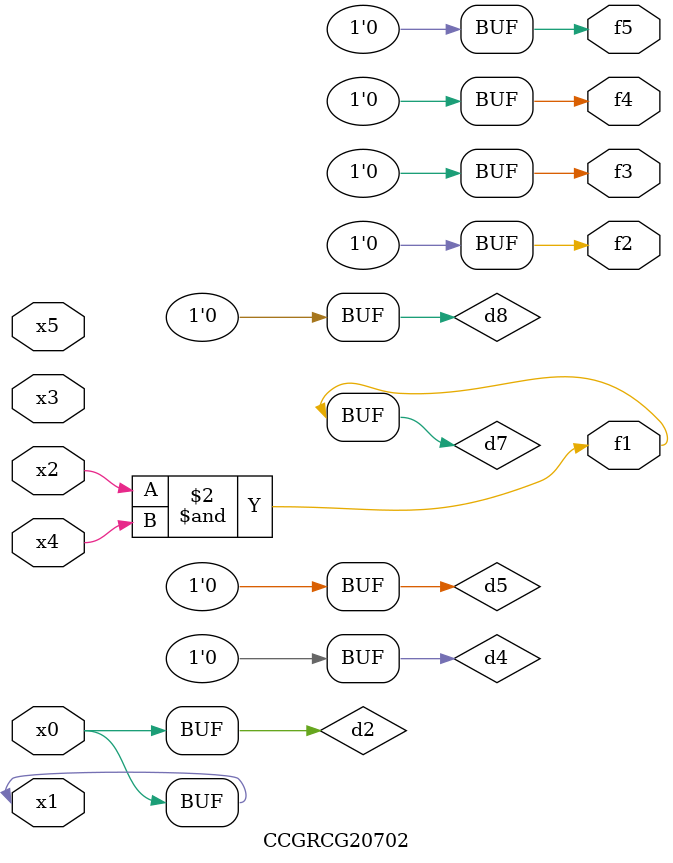
<source format=v>
module CCGRCG20702(
	input x0, x1, x2, x3, x4, x5,
	output f1, f2, f3, f4, f5
);

	wire d1, d2, d3, d4, d5, d6, d7, d8, d9;

	nand (d1, x1);
	buf (d2, x0, x1);
	nand (d3, x2, x4);
	and (d4, d1, d2);
	and (d5, d1, d2);
	nand (d6, d1, d3);
	not (d7, d3);
	xor (d8, d5);
	nor (d9, d5, d6);
	assign f1 = d7;
	assign f2 = d8;
	assign f3 = d8;
	assign f4 = d8;
	assign f5 = d8;
endmodule

</source>
